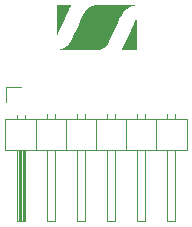
<source format=gbr>
%TF.GenerationSoftware,KiCad,Pcbnew,8.0.3*%
%TF.CreationDate,2024-11-06T18:21:17+09:00*%
%TF.ProjectId,M5StackCam-20240924,4d355374-6163-46b4-9361-6d2d32303234,rev?*%
%TF.SameCoordinates,Original*%
%TF.FileFunction,Legend,Bot*%
%TF.FilePolarity,Positive*%
%FSLAX46Y46*%
G04 Gerber Fmt 4.6, Leading zero omitted, Abs format (unit mm)*
G04 Created by KiCad (PCBNEW 8.0.3) date 2024-11-06 18:21:17*
%MOMM*%
%LPD*%
G01*
G04 APERTURE LIST*
%ADD10C,0.000000*%
%ADD11C,0.120000*%
%ADD12R,1.700000X1.700000*%
%ADD13O,1.700000X1.700000*%
G04 APERTURE END LIST*
D10*
G36*
X12320591Y557996D02*
G01*
X12321600Y281693D01*
X12322526Y-667455D01*
X12322526Y-1996722D01*
X11081454Y-1996722D01*
X11123082Y-1907469D01*
X11348154Y-1425222D01*
X11775720Y-508000D01*
X12319351Y656167D01*
X12320591Y557996D01*
G37*
G36*
X6605541Y1812793D02*
G01*
X6787442Y1811514D01*
X6782487Y1800352D01*
X6768966Y1770901D01*
X6748896Y1727625D01*
X6724295Y1674989D01*
X6514745Y1225903D01*
X6100231Y336903D01*
X5759095Y-395111D01*
X5554484Y-832203D01*
X5554097Y-832339D01*
X5553731Y-831199D01*
X5553056Y-824534D01*
X5551921Y-789776D01*
X5551042Y-719025D01*
X5550383Y-603382D01*
X5549573Y-201816D01*
X5549193Y486128D01*
X5549193Y1813278D01*
X6168318Y1813278D01*
X6605541Y1812793D01*
G37*
G36*
X12310179Y1812573D02*
G01*
X12211401Y1795639D01*
X12137709Y1782592D01*
X12105888Y1776434D01*
X12076684Y1770371D01*
X12049547Y1764292D01*
X12023927Y1758085D01*
X11999275Y1751638D01*
X11975040Y1744839D01*
X11928126Y1730369D01*
X11881490Y1714108D01*
X11835207Y1696102D01*
X11789346Y1676395D01*
X11743982Y1655032D01*
X11699187Y1632058D01*
X11655032Y1607519D01*
X11611591Y1581459D01*
X11568934Y1553923D01*
X11527136Y1524956D01*
X11486268Y1494603D01*
X11446402Y1462909D01*
X11407612Y1429919D01*
X11369968Y1395678D01*
X11333544Y1360231D01*
X11298412Y1323622D01*
X11272598Y1295282D01*
X11249326Y1268545D01*
X11228097Y1242734D01*
X11218092Y1229964D01*
X11208410Y1217172D01*
X11198988Y1204272D01*
X11189764Y1191179D01*
X11171660Y1164079D01*
X11153597Y1135192D01*
X11135076Y1103842D01*
X11121517Y1079314D01*
X11103535Y1045529D01*
X11058700Y958806D01*
X11009366Y860905D01*
X10964332Y769056D01*
X10749181Y315163D01*
X10409412Y-410986D01*
X10172191Y-918132D01*
X10026384Y-1223830D01*
X9978169Y-1320867D01*
X9941298Y-1391218D01*
X9911935Y-1442775D01*
X9886243Y-1483430D01*
X9868348Y-1509107D01*
X9848982Y-1534760D01*
X9828229Y-1560312D01*
X9806173Y-1585692D01*
X9782898Y-1610823D01*
X9758486Y-1635632D01*
X9733023Y-1660044D01*
X9706591Y-1683985D01*
X9679274Y-1707379D01*
X9651156Y-1730154D01*
X9622321Y-1752235D01*
X9592853Y-1773546D01*
X9562835Y-1794014D01*
X9532350Y-1813564D01*
X9501483Y-1832122D01*
X9470318Y-1849614D01*
X9429497Y-1870674D01*
X9387101Y-1890569D01*
X9343770Y-1909058D01*
X9300146Y-1925902D01*
X9256870Y-1940860D01*
X9214581Y-1953694D01*
X9194008Y-1959239D01*
X9173921Y-1964163D01*
X9154403Y-1968436D01*
X9135531Y-1972027D01*
X9113445Y-1975583D01*
X9088600Y-1978728D01*
X9058628Y-1981490D01*
X9021160Y-1983895D01*
X8973825Y-1985972D01*
X8914255Y-1987747D01*
X8840080Y-1989249D01*
X8748931Y-1990504D01*
X8506233Y-1992385D01*
X8167206Y-1993608D01*
X7124345Y-1994958D01*
X5561540Y-1996369D01*
X5660318Y-1979436D01*
X5734715Y-1966025D01*
X5765434Y-1960020D01*
X5793271Y-1954168D01*
X5819305Y-1948234D01*
X5844617Y-1941981D01*
X5870283Y-1935174D01*
X5897384Y-1927578D01*
X5928430Y-1918266D01*
X5959502Y-1908071D01*
X5990566Y-1897008D01*
X6021590Y-1885095D01*
X6052542Y-1872350D01*
X6083388Y-1858788D01*
X6114098Y-1844427D01*
X6144637Y-1829285D01*
X6174974Y-1813378D01*
X6205076Y-1796722D01*
X6234910Y-1779337D01*
X6264444Y-1761237D01*
X6293645Y-1742441D01*
X6322480Y-1722966D01*
X6350918Y-1702828D01*
X6378926Y-1682044D01*
X6399787Y-1665879D01*
X6420655Y-1649049D01*
X6441459Y-1631625D01*
X6462132Y-1613677D01*
X6482604Y-1595276D01*
X6502807Y-1576494D01*
X6522672Y-1557401D01*
X6542130Y-1538067D01*
X6561112Y-1518564D01*
X6579551Y-1498962D01*
X6597377Y-1479332D01*
X6614521Y-1459745D01*
X6630915Y-1440271D01*
X6646489Y-1420982D01*
X6661176Y-1401949D01*
X6674906Y-1383241D01*
X6690983Y-1359842D01*
X6708200Y-1332871D01*
X6727071Y-1301284D01*
X6748108Y-1264041D01*
X6771824Y-1220099D01*
X6798731Y-1168414D01*
X6864172Y-1037652D01*
X6948530Y-863414D01*
X7055906Y-637365D01*
X7190403Y-351163D01*
X7356120Y3528D01*
X7654460Y641538D01*
X7831488Y1014501D01*
X7927819Y1206357D01*
X7958414Y1260601D01*
X7984065Y1301045D01*
X7996661Y1319152D01*
X8010207Y1337456D01*
X8024651Y1355906D01*
X8039941Y1374450D01*
X8056028Y1393038D01*
X8072859Y1411618D01*
X8090384Y1430139D01*
X8108551Y1448550D01*
X8127310Y1466800D01*
X8146608Y1484837D01*
X8166395Y1502611D01*
X8186620Y1520070D01*
X8207231Y1537163D01*
X8228178Y1553840D01*
X8249409Y1570048D01*
X8270873Y1585736D01*
X8300392Y1606112D01*
X8330907Y1625792D01*
X8362277Y1644717D01*
X8394356Y1662829D01*
X8427002Y1680069D01*
X8460071Y1696378D01*
X8493418Y1711696D01*
X8526901Y1725966D01*
X8560376Y1739127D01*
X8593699Y1751122D01*
X8626726Y1761891D01*
X8659314Y1771375D01*
X8691320Y1779515D01*
X8722598Y1786253D01*
X8753006Y1791530D01*
X8782401Y1795286D01*
X8850685Y1799995D01*
X8963486Y1803847D01*
X9129170Y1806914D01*
X9356106Y1809265D01*
X10027199Y1812104D01*
X11043707Y1812925D01*
X12310179Y1812573D01*
G37*
D11*
%TO.C,J3*%
X1270000Y-6350000D02*
X1270000Y-5080000D01*
X1270000Y-5080000D02*
X2540000Y-5080000D01*
X4700000Y-7790000D02*
X4700000Y-7392929D01*
X5460000Y-7790000D02*
X5460000Y-7392929D01*
X7240000Y-7790000D02*
X7240000Y-7392929D01*
X8000000Y-7790000D02*
X8000000Y-7392929D01*
X9780000Y-7790000D02*
X9780000Y-7392929D01*
X10540000Y-7790000D02*
X10540000Y-7392929D01*
X12320000Y-7790000D02*
X12320000Y-7392929D01*
X13080000Y-7790000D02*
X13080000Y-7392929D01*
X14860000Y-7790000D02*
X14860000Y-7392929D01*
X15620000Y-7790000D02*
X15620000Y-7392929D01*
X2160000Y-7790000D02*
X2160000Y-7460000D01*
X2920000Y-7790000D02*
X2920000Y-7460000D01*
X16570000Y-7790000D02*
X1210000Y-7790000D01*
X3810000Y-10450000D02*
X3810000Y-7790000D01*
X6350000Y-10450000D02*
X6350000Y-7790000D01*
X8890000Y-10450000D02*
X8890000Y-7790000D01*
X11430000Y-10450000D02*
X11430000Y-7790000D01*
X13970000Y-10450000D02*
X13970000Y-7790000D01*
X16570000Y-10450000D02*
X16570000Y-7790000D01*
X1210000Y-7790000D02*
X1210000Y-10450000D01*
X2160000Y-16450000D02*
X2160000Y-10450000D01*
X2220000Y-16450000D02*
X2220000Y-10450000D01*
X2340000Y-16450000D02*
X2340000Y-10450000D01*
X2460000Y-16450000D02*
X2460000Y-10450000D01*
X2580000Y-16450000D02*
X2580000Y-10450000D01*
X2700000Y-16450000D02*
X2700000Y-10450000D01*
X2820000Y-16450000D02*
X2820000Y-10450000D01*
X4700000Y-16450000D02*
X4700000Y-10450000D01*
X7240000Y-16450000D02*
X7240000Y-10450000D01*
X9780000Y-16450000D02*
X9780000Y-10450000D01*
X12320000Y-16450000D02*
X12320000Y-10450000D01*
X14860000Y-16450000D02*
X14860000Y-10450000D01*
X1210000Y-10450000D02*
X16570000Y-10450000D01*
X2920000Y-16450000D02*
X2160000Y-16450000D01*
X2920000Y-10450000D02*
X2920000Y-16450000D01*
X5460000Y-16450000D02*
X4700000Y-16450000D01*
X5460000Y-10450000D02*
X5460000Y-16450000D01*
X8000000Y-16450000D02*
X7240000Y-16450000D01*
X8000000Y-10450000D02*
X8000000Y-16450000D01*
X10540000Y-16450000D02*
X9780000Y-16450000D01*
X10540000Y-10450000D02*
X10540000Y-16450000D01*
X13080000Y-16450000D02*
X12320000Y-16450000D01*
X13080000Y-10450000D02*
X13080000Y-16450000D01*
X15620000Y-16450000D02*
X14860000Y-16450000D01*
X15620000Y-10450000D02*
X15620000Y-16450000D01*
%TD*%
%LPC*%
D12*
%TO.C,J3*%
X2540000Y-6350000D03*
D13*
X5080000Y-6350000D03*
X7620000Y-6350000D03*
X10160000Y-6350000D03*
X12700000Y-6350000D03*
X15240000Y-6350000D03*
%TD*%
D12*
%TO.C,J2*%
X0Y2540000D03*
D13*
X0Y0D03*
X0Y-2540000D03*
%TD*%
D12*
%TO.C,J1*%
X17780000Y2540000D03*
D13*
X17780000Y0D03*
X17780000Y-2540000D03*
%TD*%
%LPD*%
M02*

</source>
